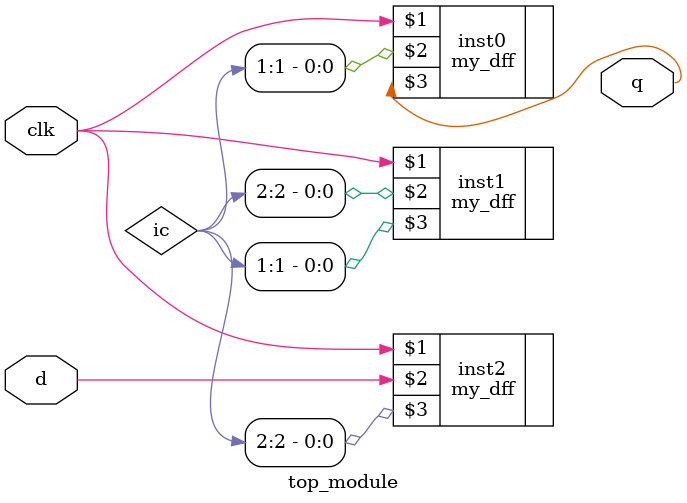
<source format=v>
module top_module (input clk, input d, output q);
    wire [2:1] ic; // internal connections
    my_dff inst2 (clk, d,     ic[2]);
    my_dff inst1 (clk, ic[2], ic[1]);
    my_dff inst0 (clk, ic[1], q);
endmodule


</source>
